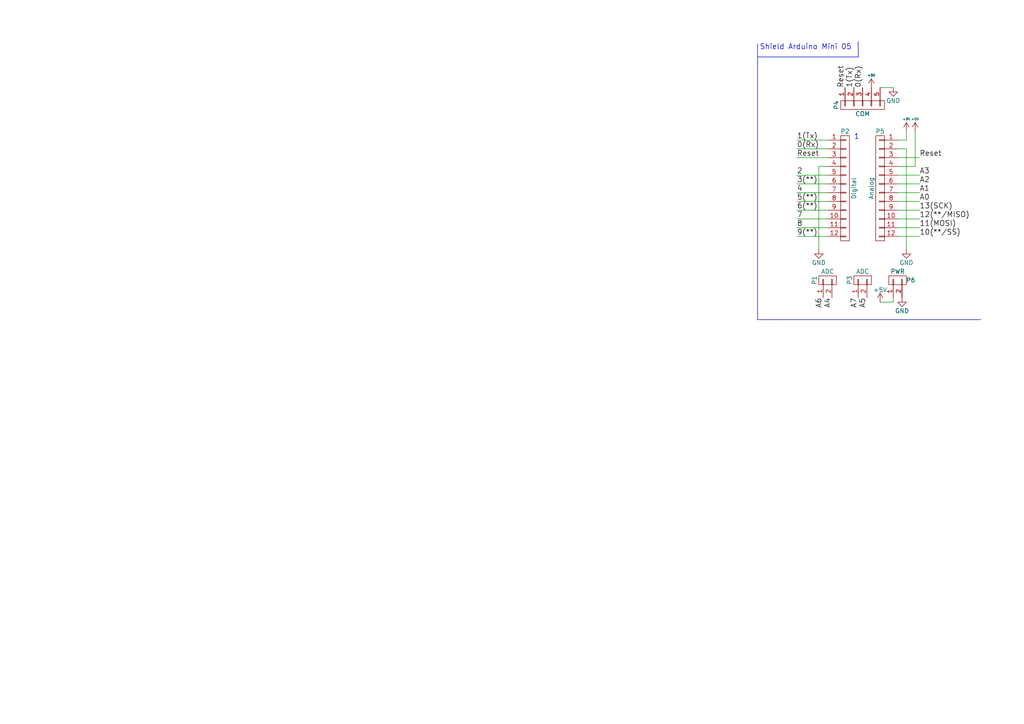
<source format=kicad_sch>
(kicad_sch (version 20230121) (generator eeschema)
  (paper "A4")
  (title_block (date "sam. 04 avril 2015"))
  (lib_symbols
    (symbol "Arduino_Mini-rescue:+5V" (power) (pin_names (offset 0))
      (property "Value" "+5V" (at 0 3.556 0))
      (symbol "+5V_0_1"
        (polyline (pts (xy -0.762 1.27) (xy 0 2.54)))
        (polyline (pts (xy 0 0) (xy 0 2.54)))
        (polyline (pts (xy 0 2.54) (xy 0.762 1.27)))
      )
      (symbol "+5V_1_1"
        (pin power_in line (at 0 0 90) (length 0) hide (name "+5V") (number "1"))
      )
    )
    (symbol "Arduino_Mini-rescue:+9V" (power) (pin_names (offset 0))
      (property "Value" "+9V" (at 0 3.556 0))
      (symbol "+9V_0_1"
        (polyline (pts (xy -0.762 1.27) (xy 0 2.54)))
        (polyline (pts (xy 0 0) (xy 0 2.54)))
        (polyline (pts (xy 0 2.54) (xy 0.762 1.27)))
      )
      (symbol "+9V_1_1"
        (pin power_in line (at 0 0 90) (length 0) hide (name "+9V") (number "1"))
      )
    )
    (symbol "Arduino_Mini-rescue:CONN_01X02" (pin_names (offset 1.016) hide)
      (property "Reference" "P" (at 0 3.81 0))
      (property "Value" "CONN_01X02" (at 2.54 0 90))
      (symbol "CONN_01X02_0_1"
        (rectangle (start -1.27 -1.143) (end 0.254 -1.397))
        (rectangle (start -1.27 1.397) (end 0.254 1.143))
        (rectangle (start -1.27 2.54) (end 1.27 -2.54))
      )
      (symbol "CONN_01X02_1_1"
        (pin passive line (at -5.08 1.27 0) (length 3.81) (name "P1") (number "1"))
        (pin passive line (at -5.08 -1.27 0) (length 3.81) (name "P2") (number "2"))
      )
    )
    (symbol "Arduino_Mini-rescue:CONN_01X05" (pin_names (offset 1.016) hide)
      (property "Reference" "P" (at 0 7.62 0))
      (property "Value" "CONN_01X05" (at 2.54 0 90))
      (symbol "CONN_01X05_0_1"
        (rectangle (start -1.27 -4.953) (end 0.254 -5.207))
        (rectangle (start -1.27 -2.413) (end 0.254 -2.667))
        (rectangle (start -1.27 0.127) (end 0.254 -0.127))
        (rectangle (start -1.27 2.667) (end 0.254 2.413))
        (rectangle (start -1.27 5.207) (end 0.254 4.953))
        (rectangle (start -1.27 6.35) (end 1.27 -6.35))
      )
      (symbol "CONN_01X05_1_1"
        (pin passive line (at -5.08 5.08 0) (length 3.81) (name "P1") (number "1"))
        (pin passive line (at -5.08 2.54 0) (length 3.81) (name "P2") (number "2"))
        (pin passive line (at -5.08 0 0) (length 3.81) (name "P3") (number "3"))
        (pin passive line (at -5.08 -2.54 0) (length 3.81) (name "P4") (number "4"))
        (pin passive line (at -5.08 -5.08 0) (length 3.81) (name "P5") (number "5"))
      )
    )
    (symbol "Arduino_Mini-rescue:CONN_01X12" (pin_names (offset 1.016) hide)
      (property "Reference" "P" (at 0 16.51 0))
      (property "Value" "CONN_01X12" (at 2.54 0 90))
      (symbol "CONN_01X12_0_1"
        (rectangle (start -1.27 -15.24) (end 1.27 15.24))
        (rectangle (start -1.27 -13.843) (end 0.254 -14.097))
        (rectangle (start -1.27 -11.303) (end 0.254 -11.557))
        (rectangle (start -1.27 -8.763) (end 0.254 -9.017))
        (rectangle (start -1.27 -6.223) (end 0.254 -6.477))
        (rectangle (start -1.27 -3.683) (end 0.254 -3.937))
        (rectangle (start -1.27 -1.143) (end 0.254 -1.397))
        (rectangle (start -1.27 1.397) (end 0.254 1.143))
        (rectangle (start -1.27 3.937) (end 0.254 3.683))
        (rectangle (start -1.27 6.477) (end 0.254 6.223))
        (rectangle (start -1.27 9.017) (end 0.254 8.763))
        (rectangle (start -1.27 11.557) (end 0.254 11.303))
        (rectangle (start -1.27 14.097) (end 0.254 13.843))
      )
      (symbol "CONN_01X12_1_1"
        (pin passive line (at -5.08 13.97 0) (length 3.81) (name "P1") (number "1"))
        (pin passive line (at -5.08 -8.89 0) (length 3.81) (name "P10") (number "10"))
        (pin passive line (at -5.08 -11.43 0) (length 3.81) (name "P11") (number "11"))
        (pin passive line (at -5.08 -13.97 0) (length 3.81) (name "P12") (number "12"))
        (pin passive line (at -5.08 11.43 0) (length 3.81) (name "P2") (number "2"))
        (pin passive line (at -5.08 8.89 0) (length 3.81) (name "P3") (number "3"))
        (pin passive line (at -5.08 6.35 0) (length 3.81) (name "P4") (number "4"))
        (pin passive line (at -5.08 3.81 0) (length 3.81) (name "P5") (number "5"))
        (pin passive line (at -5.08 1.27 0) (length 3.81) (name "P6") (number "6"))
        (pin passive line (at -5.08 -1.27 0) (length 3.81) (name "P7") (number "7"))
        (pin passive line (at -5.08 -3.81 0) (length 3.81) (name "P8") (number "8"))
        (pin passive line (at -5.08 -6.35 0) (length 3.81) (name "P9") (number "9"))
      )
    )
    (symbol "Arduino_Mini-rescue:GND" (power) (pin_names (offset 0))
      (property "Value" "GND" (at 0 -3.81 0))
      (symbol "GND_0_1"
        (polyline (pts (xy 0 0) (xy 0 -1.27) (xy 1.27 -1.27) (xy 0 -2.54) (xy -1.27 -1.27) (xy 0 -1.27)))
      )
      (symbol "GND_1_1"
        (pin power_in line (at 0 0 270) (length 0) hide (name "GND") (number "1"))
      )
    )
  )
  (wire (pts (xy 266.7 68.58) (xy 260.35 68.58)))
  (wire (pts (xy 266.7 53.34) (xy 260.35 53.34)))
  (wire (pts (xy 260.35 48.26) (xy 265.43 48.26)))
  (wire (pts (xy 260.35 40.64) (xy 262.89 40.64)))
  (wire (pts (xy 260.35 50.8) (xy 266.7 50.8)))
  (wire (pts (xy 240.03 48.26) (xy 237.49 48.26)))
  (polyline (pts (xy 284.48 92.71) (xy 219.71 92.71)))
  (wire (pts (xy 231.14 60.96) (xy 240.03 60.96)))
  (wire (pts (xy 231.14 55.88) (xy 240.03 55.88)))
  (wire (pts (xy 240.03 58.42) (xy 231.14 58.42)))
  (wire (pts (xy 259.08 86.36) (xy 259.08 87.63)))
  (wire (pts (xy 240.03 40.64) (xy 231.14 40.64)))
  (wire (pts (xy 260.35 60.96) (xy 266.7 60.96)))
  (wire (pts (xy 262.89 40.64) (xy 262.89 38.1)))
  (wire (pts (xy 266.7 66.04) (xy 260.35 66.04)))
  (wire (pts (xy 231.14 66.04) (xy 240.03 66.04)))
  (wire (pts (xy 237.49 48.26) (xy 237.49 72.39)))
  (wire (pts (xy 240.03 63.5) (xy 231.14 63.5)))
  (wire (pts (xy 266.7 63.5) (xy 260.35 63.5)))
  (wire (pts (xy 255.27 25.4) (xy 259.08 25.4)))
  (wire (pts (xy 262.89 43.18) (xy 262.89 72.39)))
  (wire (pts (xy 266.7 45.72) (xy 260.35 45.72)))
  (polyline (pts (xy 219.71 92.71) (xy 219.71 12.7)))
  (wire (pts (xy 240.03 45.72) (xy 231.14 45.72)))
  (wire (pts (xy 259.08 87.63) (xy 255.27 87.63)))
  (wire (pts (xy 231.14 50.8) (xy 240.03 50.8)))
  (polyline (pts (xy 219.71 16.51) (xy 248.92 16.51)))
  (wire (pts (xy 240.03 68.58) (xy 231.14 68.58)))
  (wire (pts (xy 260.35 43.18) (xy 262.89 43.18)))
  (wire (pts (xy 266.7 55.88) (xy 260.35 55.88)))
  (wire (pts (xy 265.43 48.26) (xy 265.43 38.1)))
  (wire (pts (xy 266.7 58.42) (xy 260.35 58.42)))
  (wire (pts (xy 231.14 43.18) (xy 240.03 43.18)))
  (wire (pts (xy 240.03 53.34) (xy 231.14 53.34)))
  (polyline (pts (xy 248.92 16.51) (xy 248.92 12.065)))
  (text "Shield Arduino Mini 05" (at 220.345 14.605 0) (effects (font (size 1.524 1.524)) (justify left bottom)))
  (text "1" (at 247.65 40.64 0) (effects (font (size 1.524 1.524)) (justify left bottom)))
  (label "10(**/SS)" (at 266.7 68.58 0) (effects (font (size 1.524 1.524))))
  (label "A6" (at 238.76 86.36 270) (effects (font (size 1.524 1.524))))
  (label "A1" (at 266.7 55.88 0) (effects (font (size 1.524 1.524))))
  (label "A4" (at 241.3 86.36 270) (effects (font (size 1.524 1.524))))
  (label "1(Tx)" (at 247.65 25.4 90) (effects (font (size 1.524 1.524))))
  (label "6(**)" (at 231.14 60.96 0) (effects (font (size 1.524 1.524))))
  (label "0(Rx)" (at 250.19 25.4 90) (effects (font (size 1.524 1.524))))
  (label "12(**/MISO)" (at 266.7 63.5 0) (effects (font (size 1.524 1.524))))
  (label "A5" (at 251.46 86.36 270) (effects (font (size 1.524 1.524))))
  (label "11(MOSI)" (at 266.7 66.04 0) (effects (font (size 1.524 1.524))))
  (label "4" (at 231.14 55.88 0) (effects (font (size 1.524 1.524))))
  (label "8" (at 231.14 66.04 0) (effects (font (size 1.524 1.524))))
  (label "Reset" (at 245.11 25.4 90) (effects (font (size 1.524 1.524))))
  (label "7" (at 231.14 63.5 0) (effects (font (size 1.524 1.524))))
  (label "5(**)" (at 231.14 58.42 0) (effects (font (size 1.524 1.524))))
  (label "1(Tx)" (at 231.14 40.64 0) (effects (font (size 1.524 1.524))))
  (label "2" (at 231.14 50.8 0) (effects (font (size 1.524 1.524))))
  (label "0(Rx)" (at 231.14 43.18 0) (effects (font (size 1.524 1.524))))
  (label "Reset" (at 231.14 45.72 0) (effects (font (size 1.524 1.524))))
  (label "3(**)" (at 231.14 53.34 0) (effects (font (size 1.524 1.524))))
  (label "A2" (at 266.7 53.34 0) (effects (font (size 1.524 1.524))))
  (label "A0" (at 266.7 58.42 0) (effects (font (size 1.524 1.524))))
  (label "A7" (at 248.92 86.36 270) (effects (font (size 1.524 1.524))))
  (label "9(**)" (at 231.14 68.58 0) (effects (font (size 1.524 1.524))))
  (label "A3" (at 266.7 50.8 0) (effects (font (size 1.524 1.524))))
  (label "13(SCK)" (at 266.7 60.96 0) (effects (font (size 1.524 1.524))))
  (label "Reset" (at 266.7 45.72 0) (effects (font (size 1.524 1.524))))
  (symbol (lib_id "Arduino_Mini-rescue:CONN_01X02") (at 240.03 81.28 90) (unit 1)
    (property "Reference" "P1" (at 236.22 81.28 0))
    (property "Value" "ADC" (at 240.03 78.74 90))
    (property "Footprint" "Socket_Arduino_Mini:Socket_Strip_Arduino_1x02" (effects hide))
  )
  (symbol (lib_id "Arduino_Mini-rescue:CONN_01X02") (at 250.19 81.28 90) (unit 1)
    (property "Reference" "P3" (at 246.38 81.28 0))
    (property "Value" "ADC" (at 250.19 78.74 90))
    (property "Footprint" "Socket_Arduino_Mini:Socket_Strip_Arduino_1x02" (effects hide))
  )
  (symbol (lib_id "Arduino_Mini-rescue:CONN_01X02") (at 260.35 81.28 90) (unit 1)
    (property "Reference" "P6" (at 264.16 81.28 90))
    (property "Value" "PWR" (at 260.35 78.74 90))
    (property "Footprint" "Socket_Arduino_Mini:Socket_Strip_Arduino_1x02" (effects hide))
  )
  (symbol (lib_id "Arduino_Mini-rescue:GND") (at 261.62 86.36 0) (unit 1)
    (property "Reference" "#PWR01" (effects hide))
    (property "Value" "GND" (at 261.62 90.17 0))
  )
  (symbol (lib_id "Arduino_Mini-rescue:+5V") (at 255.27 87.63 0) (unit 1)
    (property "Reference" "#PWR02" (effects hide))
    (property "Value" "+5V" (at 255.27 84.074 0))
  )
  (symbol (lib_id "Arduino_Mini-rescue:GND") (at 262.89 72.39 0) (unit 1)
    (property "Reference" "#PWR03" (effects hide))
    (property "Value" "GND" (at 262.89 76.2 0))
  )
  (symbol (lib_id "Arduino_Mini-rescue:CONN_01X12") (at 245.11 54.61 0) (unit 1)
    (property "Reference" "P2" (at 245.11 38.1 0))
    (property "Value" "Digital" (at 247.65 54.61 90))
    (property "Footprint" "Socket_Arduino_Mini:Socket_Strip_Arduino_1x12" (effects hide))
  )
  (symbol (lib_id "Arduino_Mini-rescue:CONN_01X12") (at 255.27 54.61 0) (mirror y) (unit 1)
    (property "Reference" "P5" (at 255.27 38.1 0))
    (property "Value" "Analog" (at 252.73 54.61 90))
    (property "Footprint" "Socket_Arduino_Mini:Socket_Strip_Arduino_1x12" (effects hide))
  )
  (symbol (lib_id "Arduino_Mini-rescue:GND") (at 237.49 72.39 0) (unit 1)
    (property "Reference" "#PWR04" (effects hide))
    (property "Value" "GND" (at 237.49 76.2 0))
  )
  (symbol (lib_id "Arduino_Mini-rescue:+9V") (at 262.89 38.1 0) (unit 1)
    (property "Reference" "#PWR05" (effects hide))
    (property "Value" "+9V" (at 262.89 34.544 0) (effects (font (size 0.7112 0.7112))))
  )
  (symbol (lib_id "Arduino_Mini-rescue:+5V") (at 265.43 38.1 0) (unit 1)
    (property "Reference" "#PWR06" (effects hide))
    (property "Value" "+5V" (at 265.43 34.544 0) (effects (font (size 0.7112 0.7112))))
  )
  (symbol (lib_id "Arduino_Mini-rescue:CONN_01X05") (at 250.19 30.48 90) (mirror x) (unit 1)
    (property "Reference" "P4" (at 242.57 30.48 0))
    (property "Value" "COM" (at 250.19 33.02 90))
    (property "Footprint" "Socket_Arduino_Mini:Socket_Strip_Arduino_1x05" (effects hide))
  )
  (symbol (lib_id "Arduino_Mini-rescue:+5V") (at 252.73 25.4 0) (unit 1)
    (property "Reference" "#PWR07" (effects hide))
    (property "Value" "+5V" (at 252.73 21.844 0) (effects (font (size 0.7112 0.7112))))
  )
  (symbol (lib_id "Arduino_Mini-rescue:GND") (at 259.08 25.4 0) (unit 1)
    (property "Reference" "#PWR08" (effects hide))
    (property "Value" "GND" (at 259.08 29.21 0))
  )
)
</source>
